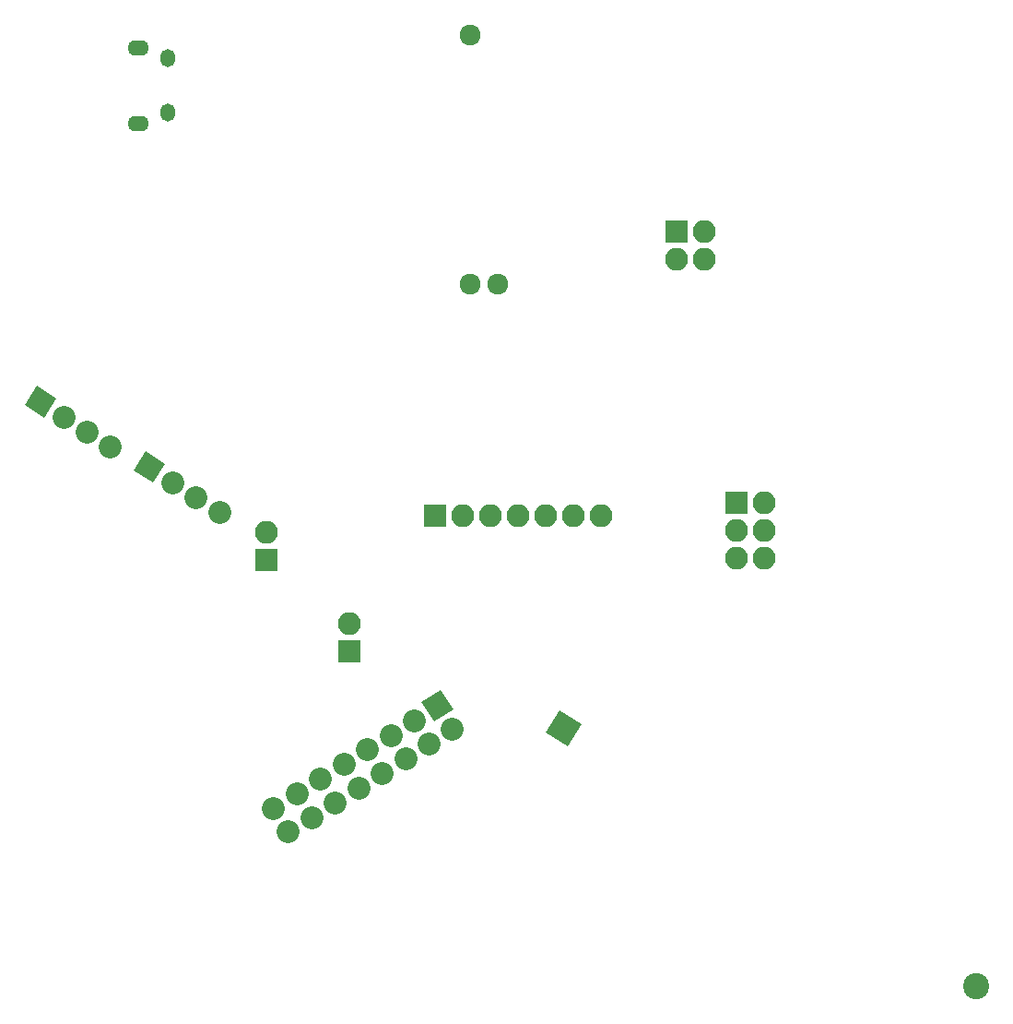
<source format=gbs>
G04 #@! TF.FileFunction,Soldermask,Bot*
%FSLAX46Y46*%
G04 Gerber Fmt 4.6, Leading zero omitted, Abs format (unit mm)*
G04 Created by KiCad (PCBNEW 4.0.7-e2-6376~58~ubuntu16.04.1) date Sun Jan 14 11:27:02 2018*
%MOMM*%
%LPD*%
G01*
G04 APERTURE LIST*
%ADD10C,0.100000*%
%ADD11C,2.100000*%
%ADD12C,2.400000*%
%ADD13C,1.924000*%
%ADD14R,2.100000X2.100000*%
%ADD15O,2.100000X2.100000*%
%ADD16O,1.350000X1.650000*%
%ADD17O,1.950000X1.400000*%
G04 APERTURE END LIST*
D10*
G36*
X140259734Y-132050765D02*
X142040635Y-130937934D01*
X143153466Y-132718835D01*
X141372565Y-133831666D01*
X140259734Y-132050765D01*
X140259734Y-132050765D01*
G37*
D11*
X143052595Y-134538842D02*
X143052595Y-134538842D01*
X139552558Y-133730795D02*
X139552558Y-133730795D01*
X140898553Y-135884837D02*
X140898553Y-135884837D01*
X137398516Y-135076790D02*
X137398516Y-135076790D01*
X138744511Y-137230832D02*
X138744511Y-137230832D01*
X135244474Y-136422785D02*
X135244474Y-136422785D01*
X136590468Y-138576827D02*
X136590468Y-138576827D01*
X133090431Y-137768780D02*
X133090431Y-137768780D01*
X134436426Y-139922822D02*
X134436426Y-139922822D01*
X130936389Y-139114775D02*
X130936389Y-139114775D01*
X132282384Y-141268817D02*
X132282384Y-141268817D01*
X128782347Y-140460770D02*
X128782347Y-140460770D01*
X130128342Y-142614812D02*
X130128342Y-142614812D01*
X126628305Y-141806765D02*
X126628305Y-141806765D01*
X127974300Y-143960807D02*
X127974300Y-143960807D01*
D10*
G36*
X151635439Y-134874755D02*
X152907245Y-132839439D01*
X154942561Y-134111245D01*
X153670755Y-136146561D01*
X151635439Y-134874755D01*
X151635439Y-134874755D01*
G37*
D12*
X191196750Y-158180391D03*
D13*
X144700000Y-70820000D03*
X144700000Y-93680000D03*
X147240000Y-93680000D03*
D14*
X141500000Y-115000000D03*
D15*
X144040000Y-115000000D03*
X146580000Y-115000000D03*
X149120000Y-115000000D03*
X151660000Y-115000000D03*
X154200000Y-115000000D03*
X156740000Y-115000000D03*
D10*
G36*
X105558733Y-105952475D02*
X103797525Y-104808733D01*
X104941267Y-103047525D01*
X106702475Y-104191267D01*
X105558733Y-105952475D01*
X105558733Y-105952475D01*
G37*
D11*
X107380223Y-105883383D02*
X107380223Y-105883383D01*
X109510446Y-107266766D02*
X109510446Y-107266766D01*
X111640670Y-108650149D02*
X111640670Y-108650149D01*
D10*
G36*
X115558733Y-111952475D02*
X113797525Y-110808733D01*
X114941267Y-109047525D01*
X116702475Y-110191267D01*
X115558733Y-111952475D01*
X115558733Y-111952475D01*
G37*
D11*
X117380223Y-111883383D02*
X117380223Y-111883383D01*
X119510446Y-113266766D02*
X119510446Y-113266766D01*
X121640670Y-114650149D02*
X121640670Y-114650149D01*
D16*
X116950000Y-73000000D03*
X116950000Y-78000000D03*
D17*
X114250000Y-72000000D03*
X114250000Y-79000000D03*
D14*
X126000000Y-119000000D03*
D15*
X126000000Y-116460000D03*
D14*
X133600000Y-127440000D03*
D15*
X133600000Y-124900000D03*
D14*
X163677600Y-88900000D03*
D15*
X166217600Y-88900000D03*
X163677600Y-91440000D03*
X166217600Y-91440000D03*
D14*
X169138600Y-113792000D03*
D15*
X171678600Y-113792000D03*
X169138600Y-116332000D03*
X171678600Y-116332000D03*
X169138600Y-118872000D03*
X171678600Y-118872000D03*
M02*

</source>
